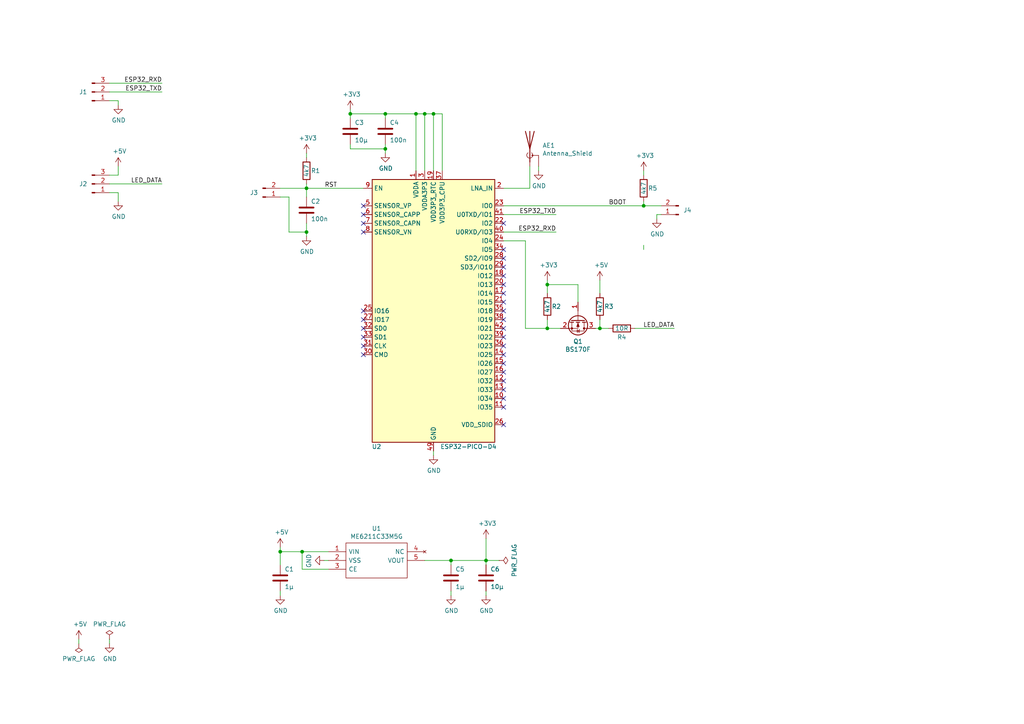
<source format=kicad_sch>
(kicad_sch (version 20211123) (generator eeschema)
  (paper "A4")
  (lib_symbols
    (symbol "Connector:Conn_01x02_Male" (pin_names (offset 1.016) hide)
      (property "Reference" "J" (at 0 2.54 0))
      (property "Value" "Conn_01x02_Male" (at 0 -5.08 0))
      (symbol "Conn_01x02_Male_1_1"
        (polyline (pts (xy 1.27 -2.54) (xy 0.8636 -2.54)) (stroke (width 0.1524)))
        (polyline (pts (xy 1.27 0) (xy 0.8636 0)) (stroke (width 0.1524)))
        (rectangle (start 0.8636 -2.413) (end 0 -2.667) (stroke (width 0.1524)) (fill (type outline)))
        (rectangle (start 0.8636 0.127) (end 0 -0.127) (stroke (width 0.1524)) (fill (type outline)))
        (pin passive line (at 5.08 0 180) (length 3.81) (name "Pin_1") (number "1"))
        (pin passive line (at 5.08 -2.54 180) (length 3.81) (name "Pin_2") (number "2"))
      )
    )
    (symbol "Connector:Conn_01x03_Male" (pin_names (offset 1.016) hide)
      (property "Reference" "J" (at 0 5.08 0))
      (property "Value" "Conn_01x03_Male" (at 0 -5.08 0))
      (symbol "Conn_01x03_Male_1_1"
        (polyline (pts (xy 1.27 -2.54) (xy 0.8636 -2.54)) (stroke (width 0.1524)))
        (polyline (pts (xy 1.27 0) (xy 0.8636 0)) (stroke (width 0.1524)))
        (polyline (pts (xy 1.27 2.54) (xy 0.8636 2.54)) (stroke (width 0.1524)))
        (rectangle (start 0.8636 -2.413) (end 0 -2.667) (stroke (width 0.1524)) (fill (type outline)))
        (rectangle (start 0.8636 0.127) (end 0 -0.127) (stroke (width 0.1524)) (fill (type outline)))
        (rectangle (start 0.8636 2.667) (end 0 2.413) (stroke (width 0.1524)) (fill (type outline)))
        (pin passive line (at 5.08 2.54 180) (length 3.81) (name "Pin_1") (number "1"))
        (pin passive line (at 5.08 0 180) (length 3.81) (name "Pin_2") (number "2"))
        (pin passive line (at 5.08 -2.54 180) (length 3.81) (name "Pin_3") (number "3"))
      )
    )
    (symbol "Device:Antenna_Shield" (pin_numbers hide) (pin_names (offset 1.016) hide)
      (property "Reference" "AE" (at -1.905 4.445 0))
      (property "Value" "Antenna_Shield" (at -1.905 2.54 0))
      (symbol "Antenna_Shield_0_1"
        (arc (start -0.508 -1.143) (mid -0.8485 -2.1032) (end 0 -2.667))
        (arc (start 0 -2.667) (mid 0.8047 -2.0885) (end 0.508 -1.143))
        (polyline (pts (xy 0 -2.54) (xy 0 0)))
        (polyline (pts (xy 0 5.08) (xy 0 -3.81)) (stroke (width 0.254)))
        (polyline (pts (xy 0.762 -1.905) (xy 2.54 -1.905)))
        (polyline (pts (xy 2.54 -2.54) (xy 2.54 -1.905)))
        (polyline (pts (xy 1.27 5.08) (xy 0 0) (xy -1.27 5.08)) (stroke (width 0.254)))
        (circle (center 0.762 -1.905) (radius 0.1778) (fill (type outline)))
      )
      (symbol "Antenna_Shield_1_1"
        (pin input line (at 0 -5.08 90) (length 2.54) (name "A") (number "1"))
        (pin input line (at 2.54 -5.08 90) (length 2.54) (name "Shield") (number "2"))
      )
    )
    (symbol "Device:C" (pin_numbers hide) (pin_names (offset 0.254))
      (property "Reference" "C" (at 0.635 2.54 0))
      (property "Value" "C" (at 0.635 -2.54 0))
      (symbol "C_0_1"
        (polyline (pts (xy -2.032 -0.762) (xy 2.032 -0.762)) (stroke (width 0.508)))
        (polyline (pts (xy -2.032 0.762) (xy 2.032 0.762)) (stroke (width 0.508)))
      )
      (symbol "C_1_1"
        (pin passive line (at 0 3.81 270) (length 2.794) (name "~") (number "1"))
        (pin passive line (at 0 -3.81 90) (length 2.794) (name "~") (number "2"))
      )
    )
    (symbol "Device:Q_NMOS_GSD" (pin_names (offset 0) hide)
      (property "Reference" "Q" (at 5.08 1.27 0))
      (property "Value" "Q_NMOS_GSD" (at 5.08 -1.27 0))
      (symbol "Q_NMOS_GSD_0_1"
        (polyline (pts (xy 0.254 0) (xy -2.54 0)))
        (polyline (pts (xy 0.254 1.905) (xy 0.254 -1.905)) (stroke (width 0.254)))
        (polyline (pts (xy 0.762 -1.27) (xy 0.762 -2.286)) (stroke (width 0.254)))
        (polyline (pts (xy 0.762 0.508) (xy 0.762 -0.508)) (stroke (width 0.254)))
        (polyline (pts (xy 0.762 2.286) (xy 0.762 1.27)) (stroke (width 0.254)))
        (polyline (pts (xy 2.54 2.54) (xy 2.54 1.778)))
        (polyline (pts (xy 2.54 -2.54) (xy 2.54 0) (xy 0.762 0)))
        (polyline (pts (xy 0.762 -1.778) (xy 3.302 -1.778) (xy 3.302 1.778) (xy 0.762 1.778)))
        (polyline (pts (xy 1.016 0) (xy 2.032 0.381) (xy 2.032 -0.381) (xy 1.016 0)) (fill (type outline)))
        (polyline (pts (xy 2.794 0.508) (xy 2.921 0.381) (xy 3.683 0.381) (xy 3.81 0.254)))
        (polyline (pts (xy 3.302 0.381) (xy 2.921 -0.254) (xy 3.683 -0.254) (xy 3.302 0.381)))
        (circle (center 1.651 0) (radius 2.794) (stroke (width 0.254)))
        (circle (center 2.54 -1.778) (radius 0.254) (fill (type outline)))
        (circle (center 2.54 1.778) (radius 0.254) (fill (type outline)))
      )
      (symbol "Q_NMOS_GSD_1_1"
        (pin input line (at -5.08 0 0) (length 2.54) (name "G") (number "1"))
        (pin passive line (at 2.54 -5.08 90) (length 2.54) (name "S") (number "2"))
        (pin passive line (at 2.54 5.08 270) (length 2.54) (name "D") (number "3"))
      )
    )
    (symbol "Device:R" (pin_numbers hide) (pin_names (offset 0))
      (property "Reference" "R" (at 2.032 0 90))
      (property "Value" "R" (at 0 0 90))
      (symbol "R_0_1"
        (rectangle (start -1.016 -2.54) (end 1.016 2.54) (stroke (width 0.254)))
      )
      (symbol "R_1_1"
        (pin passive line (at 0 3.81 270) (length 1.27) (name "~") (number "1"))
        (pin passive line (at 0 -3.81 90) (length 1.27) (name "~") (number "2"))
      )
    )
    (symbol "ME6211C33M5G:ME6211C33M5G" (pin_names (offset 0.762))
      (property "Reference" "U" (at 24.13 7.62 0))
      (property "Value" "ME6211C33M5G" (at 24.13 5.08 0))
      (symbol "ME6211C33M5G_0_0"
        (pin passive line (at 0 0 0) (length 5.08) (name "VIN") (number "1"))
        (pin passive line (at 0 -2.54 0) (length 5.08) (name "VSS") (number "2"))
        (pin passive line (at 0 -5.08 0) (length 5.08) (name "CE") (number "3"))
        (pin no_connect line (at 27.94 0 180) (length 5.08) (name "NC") (number "4"))
        (pin passive line (at 27.94 -2.54 180) (length 5.08) (name "VOUT") (number "5"))
      )
      (symbol "ME6211C33M5G_0_1"
        (polyline (pts (xy 5.08 2.54) (xy 22.86 2.54) (xy 22.86 -7.62) (xy 5.08 -7.62) (xy 5.08 2.54)) (stroke (width 0.1524)))
      )
    )
    (symbol "RF_Module:ESP32-PICO-D4"
      (property "Reference" "U" (at -17.78 39.37 0))
      (property "Value" "ESP32-PICO-D4" (at 3.81 39.37 0))
      (symbol "ESP32-PICO-D4_0_0"
        (pin power_in line (at -5.08 40.64 270) (length 2.54) (name "VDDA") (number "1"))
        (pin input line (at 20.32 -25.4 180) (length 2.54) (name "IO34") (number "10"))
        (pin input line (at 20.32 -27.94 180) (length 2.54) (name "IO35") (number "11"))
        (pin bidirectional line (at 20.32 -20.32 180) (length 2.54) (name "IO32") (number "12"))
        (pin bidirectional line (at 20.32 -22.86 180) (length 2.54) (name "IO33") (number "13"))
        (pin bidirectional line (at 20.32 -12.7 180) (length 2.54) (name "IO25") (number "14"))
        (pin bidirectional line (at 20.32 -15.24 180) (length 2.54) (name "IO26") (number "15"))
        (pin bidirectional line (at 20.32 -17.78 180) (length 2.54) (name "IO27") (number "16"))
        (pin bidirectional line (at 20.32 5.08 180) (length 2.54) (name "IO14") (number "17"))
        (pin bidirectional line (at 20.32 10.16 180) (length 2.54) (name "IO12") (number "18"))
        (pin power_in line (at 0 40.64 270) (length 2.54) (name "VDD3P3_RTC") (number "19"))
        (pin bidirectional line (at 20.32 35.56 180) (length 2.54) (name "LNA_IN") (number "2"))
        (pin bidirectional line (at 20.32 7.62 180) (length 2.54) (name "IO13") (number "20"))
        (pin bidirectional line (at 20.32 2.54 180) (length 2.54) (name "IO15") (number "21"))
        (pin bidirectional line (at 20.32 25.4 180) (length 2.54) (name "IO2") (number "22"))
        (pin bidirectional line (at 20.32 30.48 180) (length 2.54) (name "IO0") (number "23"))
        (pin bidirectional line (at 20.32 20.32 180) (length 2.54) (name "IO4") (number "24"))
        (pin bidirectional line (at -20.32 0 0) (length 2.54) (name "IO16") (number "25"))
        (pin power_out line (at 20.32 -33.02 180) (length 2.54) (name "VDD_SDIO") (number "26"))
        (pin bidirectional line (at -20.32 -2.54 0) (length 2.54) (name "IO17") (number "27"))
        (pin bidirectional line (at 20.32 15.24 180) (length 2.54) (name "SD2/IO9") (number "28"))
        (pin bidirectional line (at 20.32 12.7 180) (length 2.54) (name "SD3/IO10") (number "29"))
        (pin power_in line (at -2.54 40.64 270) (length 2.54) (name "VDDA3P3") (number "3"))
        (pin bidirectional line (at -20.32 -12.7 0) (length 2.54) (name "CMD") (number "30"))
        (pin bidirectional line (at -20.32 -10.16 0) (length 2.54) (name "CLK") (number "31"))
        (pin bidirectional line (at -20.32 -5.08 0) (length 2.54) (name "SD0") (number "32"))
        (pin bidirectional line (at -20.32 -7.62 0) (length 2.54) (name "SD1") (number "33"))
        (pin bidirectional line (at 20.32 17.78 180) (length 2.54) (name "IO5") (number "34"))
        (pin bidirectional line (at 20.32 0 180) (length 2.54) (name "IO18") (number "35"))
        (pin bidirectional line (at 20.32 -10.16 180) (length 2.54) (name "IO23") (number "36"))
        (pin power_in line (at 2.54 40.64 270) (length 2.54) (name "VDD3P3_CPU") (number "37"))
        (pin bidirectional line (at 20.32 -2.54 180) (length 2.54) (name "IO19") (number "38"))
        (pin bidirectional line (at 20.32 -7.62 180) (length 2.54) (name "IO22") (number "39"))
        (pin passive line (at -2.54 40.64 270) (length 2.54) hide (name "VDDA3P3") (number "4"))
        (pin bidirectional line (at 20.32 22.86 180) (length 2.54) (name "U0RXD/IO3") (number "40"))
        (pin bidirectional line (at 20.32 27.94 180) (length 2.54) (name "U0TXD/IO1") (number "41"))
        (pin bidirectional line (at 20.32 -5.08 180) (length 2.54) (name "IO21") (number "42"))
        (pin passive line (at -5.08 40.64 270) (length 2.54) hide (name "VDDA") (number "43"))
        (pin no_connect line (at -17.78 -25.4 0) (length 2.54) hide (name "XTAL_N_NC") (number "44"))
        (pin no_connect line (at -17.78 -27.94 0) (length 2.54) hide (name "XTAL_P_NC") (number "45"))
        (pin passive line (at -5.08 40.64 270) (length 2.54) hide (name "VDDA") (number "46"))
        (pin no_connect line (at -17.78 -30.48 0) (length 2.54) hide (name "CAP2_NC") (number "47"))
        (pin no_connect line (at -17.78 -33.02 0) (length 2.54) hide (name "CAP1_NC") (number "48"))
        (pin power_in line (at 0 -40.64 90) (length 2.54) (name "GND") (number "49"))
        (pin input line (at -20.32 30.48 0) (length 2.54) (name "SENSOR_VP") (number "5"))
        (pin input line (at -20.32 27.94 0) (length 2.54) (name "SENSOR_CAPP") (number "6"))
        (pin input line (at -20.32 25.4 0) (length 2.54) (name "SENSOR_CAPN") (number "7"))
        (pin input line (at -20.32 22.86 0) (length 2.54) (name "SENSOR_VN") (number "8"))
        (pin input line (at -20.32 35.56 0) (length 2.54) (name "EN") (number "9"))
      )
      (symbol "ESP32-PICO-D4_0_1"
        (rectangle (start -17.78 38.1) (end 17.78 -38.1) (stroke (width 0.254)) (fill (type background)))
      )
    )
    (symbol "power:+3V3" (power) (pin_names (offset 0))
      (property "Value" "+3V3" (at 0 3.556 0))
      (symbol "+3V3_0_1"
        (polyline (pts (xy -0.762 1.27) (xy 0 2.54)))
        (polyline (pts (xy 0 0) (xy 0 2.54)))
        (polyline (pts (xy 0 2.54) (xy 0.762 1.27)))
      )
      (symbol "+3V3_1_1"
        (pin power_in line (at 0 0 90) (length 0) hide (name "+3V3") (number "1"))
      )
    )
    (symbol "power:+5V" (power) (pin_names (offset 0))
      (property "Value" "+5V" (at 0 3.556 0))
      (symbol "+5V_0_1"
        (polyline (pts (xy -0.762 1.27) (xy 0 2.54)))
        (polyline (pts (xy 0 0) (xy 0 2.54)))
        (polyline (pts (xy 0 2.54) (xy 0.762 1.27)))
      )
      (symbol "+5V_1_1"
        (pin power_in line (at 0 0 90) (length 0) hide (name "+5V") (number "1"))
      )
    )
    (symbol "power:GND" (power) (pin_names (offset 0))
      (property "Value" "GND" (at 0 -3.81 0))
      (symbol "GND_0_1"
        (polyline (pts (xy 0 0) (xy 0 -1.27) (xy 1.27 -1.27) (xy 0 -2.54) (xy -1.27 -1.27) (xy 0 -1.27)))
      )
      (symbol "GND_1_1"
        (pin power_in line (at 0 0 270) (length 0) hide (name "GND") (number "1"))
      )
    )
    (symbol "power:PWR_FLAG" (power) (pin_numbers hide) (pin_names (offset 0) hide)
      (property "Value" "PWR_FLAG" (at 0 3.81 0))
      (symbol "PWR_FLAG_0_0"
        (pin power_out line (at 0 0 90) (length 0) (name "pwr") (number "1"))
      )
      (symbol "PWR_FLAG_0_1"
        (polyline (pts (xy 0 0) (xy 0 1.27) (xy -1.016 1.905) (xy 0 2.54) (xy 1.016 1.905) (xy 0 1.27)))
      )
    )
  )
  (junction (at 140.97 162.56))
  (junction (at 120.65 33.02))
  (junction (at 87.63 160.02))
  (junction (at 88.9 54.61))
  (junction (at 173.99 95.25))
  (junction (at 123.19 33.02))
  (junction (at 111.76 33.02))
  (junction (at 125.73 33.02))
  (junction (at 158.75 95.25))
  (junction (at 186.69 59.69))
  (junction (at 158.75 82.55))
  (junction (at 111.76 43.18))
  (junction (at 88.9 67.31))
  (junction (at 130.81 162.56))
  (junction (at 101.6 33.02))
  (junction (at 81.28 160.02))
  (no_connect (at 146.05 77.47))
  (no_connect (at 146.05 82.55))
  (no_connect (at 146.05 90.17))
  (no_connect (at 105.41 92.71))
  (no_connect (at 105.41 64.77))
  (no_connect (at 146.05 92.71))
  (no_connect (at 146.05 97.79))
  (no_connect (at 146.05 87.63))
  (no_connect (at 146.05 64.77))
  (no_connect (at 146.05 72.39))
  (no_connect (at 105.41 59.69))
  (no_connect (at 105.41 62.23))
  (no_connect (at 105.41 100.33))
  (no_connect (at 105.41 67.31))
  (no_connect (at 105.41 97.79))
  (no_connect (at 146.05 74.93))
  (no_connect (at 146.05 123.19))
  (no_connect (at 146.05 107.95))
  (no_connect (at 146.05 95.25))
  (no_connect (at 146.05 80.01))
  (no_connect (at 105.41 90.17))
  (no_connect (at 146.05 100.33))
  (no_connect (at 146.05 110.49))
  (no_connect (at 105.41 95.25))
  (no_connect (at 146.05 115.57))
  (no_connect (at 146.05 85.09))
  (no_connect (at 146.05 102.87))
  (no_connect (at 146.05 105.41))
  (no_connect (at 146.05 118.11))
  (no_connect (at 146.05 113.03))
  (no_connect (at 105.41 102.87))
  (wire (pts (xy 101.6 31.75) (xy 101.6 33.02)))
  (wire (pts (xy 87.63 165.1) (xy 87.63 160.02)))
  (wire (pts (xy 111.76 44.45) (xy 111.76 43.18)))
  (wire (pts (xy 158.75 82.55) (xy 158.75 85.09)))
  (wire (pts (xy 31.75 29.21) (xy 34.29 29.21)))
  (wire (pts (xy 158.75 82.55) (xy 167.64 82.55)))
  (wire (pts (xy 152.4 95.25) (xy 158.75 95.25)))
  (wire (pts (xy 105.41 54.61) (xy 88.9 54.61)))
  (wire (pts (xy 34.29 50.8) (xy 31.75 50.8)))
  (wire (pts (xy 125.73 33.02) (xy 125.73 49.53)))
  (wire (pts (xy 34.29 29.21) (xy 34.29 30.48)))
  (wire (pts (xy 152.4 69.85) (xy 152.4 95.25)))
  (wire (pts (xy 156.21 48.26) (xy 156.21 49.53)))
  (wire (pts (xy 144.78 162.56) (xy 140.97 162.56)))
  (wire (pts (xy 186.69 49.53) (xy 186.69 50.8)))
  (wire (pts (xy 140.97 156.21) (xy 140.97 162.56)))
  (wire (pts (xy 173.99 92.71) (xy 173.99 95.25)))
  (wire (pts (xy 158.75 92.71) (xy 158.75 95.25)))
  (wire (pts (xy 46.99 26.67) (xy 31.75 26.67)))
  (wire (pts (xy 153.67 54.61) (xy 153.67 48.26)))
  (wire (pts (xy 125.73 33.02) (xy 128.27 33.02)))
  (wire (pts (xy 88.9 54.61) (xy 88.9 57.15)))
  (wire (pts (xy 120.65 33.02) (xy 123.19 33.02)))
  (wire (pts (xy 95.25 165.1) (xy 87.63 165.1)))
  (wire (pts (xy 87.63 160.02) (xy 95.25 160.02)))
  (wire (pts (xy 123.19 162.56) (xy 130.81 162.56)))
  (wire (pts (xy 140.97 162.56) (xy 140.97 163.83)))
  (wire (pts (xy 81.28 158.75) (xy 81.28 160.02)))
  (wire (pts (xy 186.69 71.12) (xy 186.69 72.39)))
  (wire (pts (xy 146.05 69.85) (xy 152.4 69.85)))
  (wire (pts (xy 111.76 41.91) (xy 111.76 43.18)))
  (wire (pts (xy 146.05 54.61) (xy 153.67 54.61)))
  (wire (pts (xy 161.29 67.31) (xy 146.05 67.31)))
  (wire (pts (xy 31.75 53.34) (xy 46.99 53.34)))
  (wire (pts (xy 95.25 162.56) (xy 93.98 162.56)))
  (wire (pts (xy 173.99 81.28) (xy 173.99 85.09)))
  (wire (pts (xy 101.6 43.18) (xy 111.76 43.18)))
  (wire (pts (xy 158.75 95.25) (xy 162.56 95.25)))
  (wire (pts (xy 140.97 172.72) (xy 140.97 171.45)))
  (wire (pts (xy 191.77 62.23) (xy 190.5 62.23)))
  (wire (pts (xy 186.69 59.69) (xy 191.77 59.69)))
  (wire (pts (xy 120.65 33.02) (xy 120.65 49.53)))
  (wire (pts (xy 101.6 33.02) (xy 101.6 34.29)))
  (wire (pts (xy 123.19 49.53) (xy 123.19 33.02)))
  (wire (pts (xy 34.29 48.26) (xy 34.29 50.8)))
  (wire (pts (xy 46.99 24.13) (xy 31.75 24.13)))
  (wire (pts (xy 146.05 59.69) (xy 186.69 59.69)))
  (wire (pts (xy 130.81 162.56) (xy 140.97 162.56)))
  (wire (pts (xy 101.6 41.91) (xy 101.6 43.18)))
  (wire (pts (xy 111.76 33.02) (xy 120.65 33.02)))
  (wire (pts (xy 161.29 62.23) (xy 146.05 62.23)))
  (wire (pts (xy 31.75 186.69) (xy 31.75 185.42)))
  (wire (pts (xy 88.9 67.31) (xy 88.9 68.58)))
  (wire (pts (xy 22.86 185.42) (xy 22.86 186.69)))
  (wire (pts (xy 83.82 67.31) (xy 83.82 57.15)))
  (wire (pts (xy 158.75 81.28) (xy 158.75 82.55)))
  (wire (pts (xy 34.29 55.88) (xy 34.29 58.42)))
  (wire (pts (xy 128.27 33.02) (xy 128.27 49.53)))
  (wire (pts (xy 167.64 82.55) (xy 167.64 87.63)))
  (wire (pts (xy 81.28 172.72) (xy 81.28 171.45)))
  (wire (pts (xy 130.81 162.56) (xy 130.81 163.83)))
  (wire (pts (xy 88.9 44.45) (xy 88.9 45.72)))
  (wire (pts (xy 81.28 160.02) (xy 81.28 163.83)))
  (wire (pts (xy 31.75 55.88) (xy 34.29 55.88)))
  (wire (pts (xy 125.73 130.81) (xy 125.73 132.08)))
  (wire (pts (xy 88.9 67.31) (xy 83.82 67.31)))
  (wire (pts (xy 81.28 160.02) (xy 87.63 160.02)))
  (wire (pts (xy 101.6 33.02) (xy 111.76 33.02)))
  (wire (pts (xy 172.72 95.25) (xy 173.99 95.25)))
  (wire (pts (xy 111.76 33.02) (xy 111.76 34.29)))
  (wire (pts (xy 123.19 33.02) (xy 125.73 33.02)))
  (wire (pts (xy 88.9 64.77) (xy 88.9 67.31)))
  (wire (pts (xy 184.15 95.25) (xy 195.58 95.25)))
  (wire (pts (xy 81.28 54.61) (xy 88.9 54.61)))
  (wire (pts (xy 83.82 57.15) (xy 81.28 57.15)))
  (wire (pts (xy 190.5 62.23) (xy 190.5 63.5)))
  (wire (pts (xy 130.81 171.45) (xy 130.81 172.72)))
  (wire (pts (xy 186.69 58.42) (xy 186.69 59.69)))
  (wire (pts (xy 88.9 53.34) (xy 88.9 54.61)))
  (wire (pts (xy 173.99 95.25) (xy 176.53 95.25)))
  (label "ESP32_TXD" (at 161.29 62.23 180))
  (label "LED_DATA" (at 195.58 95.25 180))
  (label "ESP32_RXD" (at 46.99 24.13 180))
  (label "RST" (at 97.79 54.61 180))
  (label "BOOT" (at 176.53 59.69 0))
  (label "ESP32_RXD" (at 161.29 67.31 180))
  (label "LED_DATA" (at 46.99 53.34 180))
  (label "ESP32_TXD" (at 46.99 26.67 180))
  (symbol (lib_id "RF_Module:ESP32-PICO-D4") (at 125.73 90.17 0) (unit 1)
    (property "Reference" "U2" (at 109.22 129.54 0))
    (property "Value" "ESP32-PICO-D4" (at 135.89 129.54 0))
    (property "Footprint" "Package_DFN_QFN:QFN-48-1EP_7x7mm_P0.5mm_EP5.3x5.3mm" (effects hide))
    (property "Datasheet" "https://www.espressif.com/sites/default/files/documentation/esp32-pico-d4_datasheet_en.pdf" (effects hide))
  )
  (symbol (lib_id "Device:R") (at 88.9 49.53 0) (unit 1)
    (property "Reference" "R1" (at 90.17 49.53 0) (effects (justify left)))
    (property "Value" "4k7" (at 88.9 49.53 90))
    (property "Footprint" "Resistor_SMD:R_0805_2012Metric" (effects hide))
  )
  (symbol (lib_id "Device:C") (at 88.9 60.96 0) (unit 1)
    (property "Reference" "C2" (at 90.17 58.42 0) (effects (justify left)))
    (property "Value" "100n" (at 90.17 63.5 0) (effects (justify left)))
    (property "Footprint" "Capacitor_SMD:C_0805_2012Metric" (effects hide))
  )
  (symbol (lib_id "Device:Antenna_Shield") (at 153.67 43.18 0) (unit 1)
    (property "Reference" "AE1" (at 157.3276 42.1894 0) (effects (justify left)))
    (property "Value" "Antenna_Shield" (at 157.3276 44.5008 0) (effects (justify left)))
    (property "Footprint" "RF_Antenna:Texas_SWRA117D_2.4GHz_Left" (effects hide))
  )
  (symbol (lib_id "Connector:Conn_01x02_Male") (at 76.2 57.15 0) (mirror x) (unit 1)
    (property "Reference" "J3" (at 73.66 55.88 0))
    (property "Value" "SW_Push" (effects hide))
    (property "Footprint" "Connector_PinHeader_2.54mm:PinHeader_1x02_P2.54mm_Vertical" (effects hide))
  )
  (symbol (lib_id "Device:C") (at 81.28 167.64 0) (unit 1)
    (property "Reference" "C1" (at 82.55 165.1 0) (effects (justify left)))
    (property "Value" "1µ" (at 82.55 170.18 0) (effects (justify left)))
    (property "Footprint" "Capacitor_SMD:C_0805_2012Metric" (effects hide))
  )
  (symbol (lib_id "Device:C") (at 140.97 167.64 0) (unit 1)
    (property "Reference" "C6" (at 142.24 165.1 0) (effects (justify left)))
    (property "Value" "10µ" (at 142.24 170.18 0) (effects (justify left)))
    (property "Footprint" "Capacitor_SMD:C_0805_2012Metric" (effects hide))
  )
  (symbol (lib_id "power:GND") (at 31.75 186.69 0) (unit 1)
    (property "Reference" "#PWR02" (effects hide))
    (property "Value" "GND" (at 31.877 191.0842 0))
  )
  (symbol (lib_id "power:+3V3") (at 140.97 156.21 0) (unit 1)
    (property "Reference" "#PWR015" (effects hide))
    (property "Value" "+3V3" (at 141.351 151.8158 0))
  )
  (symbol (lib_id "power:+5V") (at 22.86 185.42 0) (unit 1)
    (property "Reference" "#PWR01" (effects hide))
    (property "Value" "+5V" (at 23.241 181.0258 0))
  )
  (symbol (lib_id "power:PWR_FLAG") (at 31.75 185.42 0) (unit 1)
    (property "Reference" "#FLG02" (effects hide))
    (property "Value" "PWR_FLAG" (at 31.75 181.0258 0))
  )
  (symbol (lib_id "power:PWR_FLAG") (at 22.86 186.69 180) (unit 1)
    (property "Reference" "#FLG01" (effects hide))
    (property "Value" "PWR_FLAG" (at 22.86 191.0842 0))
  )
  (symbol (lib_id "power:+5V") (at 81.28 158.75 0) (unit 1)
    (property "Reference" "#PWR06" (effects hide))
    (property "Value" "+5V" (at 81.661 154.3558 0))
  )
  (symbol (lib_id "power:GND") (at 140.97 172.72 0) (unit 1)
    (property "Reference" "#PWR016" (effects hide))
    (property "Value" "GND" (at 141.097 177.1142 0))
  )
  (symbol (lib_id "power:PWR_FLAG") (at 144.78 162.56 270) (unit 1)
    (property "Reference" "#FLG03" (effects hide))
    (property "Value" "PWR_FLAG" (at 149.1742 162.56 0))
  )
  (symbol (lib_id "power:GND") (at 81.28 172.72 0) (unit 1)
    (property "Reference" "#PWR07" (effects hide))
    (property "Value" "GND" (at 81.407 177.1142 0))
  )
  (symbol (lib_id "power:GND") (at 156.21 49.53 0) (unit 1)
    (property "Reference" "#PWR017" (effects hide))
    (property "Value" "GND" (at 156.337 53.9242 0))
  )
  (symbol (lib_id "power:+3V3") (at 101.6 31.75 0) (unit 1)
    (property "Reference" "#PWR011" (effects hide))
    (property "Value" "+3V3" (at 101.981 27.3558 0))
  )
  (symbol (lib_id "power:GND") (at 125.73 132.08 0) (unit 1)
    (property "Reference" "#PWR013" (effects hide))
    (property "Value" "GND" (at 125.857 136.4742 0))
  )
  (symbol (lib_id "power:GND") (at 88.9 68.58 0) (unit 1)
    (property "Reference" "#PWR09" (effects hide))
    (property "Value" "GND" (at 89.027 72.9742 0))
  )
  (symbol (lib_id "power:+3V3") (at 88.9 44.45 0) (unit 1)
    (property "Reference" "#PWR08" (effects hide))
    (property "Value" "+3V3" (at 89.281 40.0558 0))
  )
  (symbol (lib_id "Device:C") (at 111.76 38.1 0) (unit 1)
    (property "Reference" "C4" (at 113.03 35.56 0) (effects (justify left)))
    (property "Value" "100n" (at 113.03 40.64 0) (effects (justify left)))
    (property "Footprint" "Capacitor_SMD:C_0805_2012Metric" (effects hide))
  )
  (symbol (lib_id "power:GND") (at 111.76 44.45 0) (unit 1)
    (property "Reference" "#PWR012" (effects hide))
    (property "Value" "GND" (at 111.887 48.8442 0))
  )
  (symbol (lib_id "Device:C") (at 101.6 38.1 0) (unit 1)
    (property "Reference" "C3" (at 102.87 35.56 0) (effects (justify left)))
    (property "Value" "10µ" (at 102.87 40.64 0) (effects (justify left)))
    (property "Footprint" "Capacitor_SMD:C_0805_2012Metric" (effects hide))
  )
  (symbol (lib_id "Device:Q_NMOS_GSD") (at 167.64 92.71 270) (unit 1)
    (property "Reference" "Q1" (at 167.64 99.0346 90))
    (property "Value" "BS170F" (at 167.64 101.346 90))
    (property "Footprint" "Package_TO_SOT_SMD:SOT-23" (effects hide))
  )
  (symbol (lib_id "Connector:Conn_01x02_Male") (at 196.85 62.23 180) (unit 1)
    (property "Reference" "J4" (at 199.39 60.96 0))
    (property "Value" "SW_Push" (effects hide))
    (property "Footprint" "Connector_PinHeader_2.54mm:PinHeader_1x02_P2.54mm_Vertical" (effects hide))
  )
  (symbol (lib_id "Device:R") (at 186.69 54.61 0) (unit 1)
    (property "Reference" "R5" (at 187.96 54.61 0) (effects (justify left)))
    (property "Value" "4k7" (at 186.69 54.61 90))
    (property "Footprint" "Resistor_SMD:R_0805_2012Metric" (effects hide))
  )
  (symbol (lib_id "power:GND") (at 190.5 63.5 0) (unit 1)
    (property "Reference" "#PWR021" (effects hide))
    (property "Value" "GND" (at 190.627 67.8942 0))
  )
  (symbol (lib_id "power:+3V3") (at 186.69 49.53 0) (unit 1)
    (property "Reference" "#PWR020" (effects hide))
    (property "Value" "+3V3" (at 187.071 45.1358 0))
  )
  (symbol (lib_id "Device:R") (at 158.75 88.9 0) (unit 1)
    (property "Reference" "R2" (at 160.02 88.9 0) (effects (justify left)))
    (property "Value" "4k7" (at 158.75 88.9 90))
    (property "Footprint" "Resistor_SMD:R_0805_2012Metric" (effects hide))
  )
  (symbol (lib_id "Device:R") (at 173.99 88.9 0) (unit 1)
    (property "Reference" "R3" (at 175.26 88.9 0) (effects (justify left)))
    (property "Value" "4k7" (at 173.99 88.9 90))
    (property "Footprint" "Resistor_SMD:R_0805_2012Metric" (effects hide))
  )
  (symbol (lib_id "Connector:Conn_01x03_Male") (at 26.67 26.67 0) (mirror x) (unit 1)
    (property "Reference" "J1" (at 24.13 26.67 0))
    (property "Value" "Conn_01x03_Male" (effects hide))
    (property "Footprint" "Connector_PinHeader_2.54mm:PinHeader_1x03_P2.54mm_Vertical" (effects hide))
  )
  (symbol (lib_id "power:+5V") (at 173.99 81.28 0) (unit 1)
    (property "Reference" "#PWR019" (effects hide))
    (property "Value" "+5V" (at 174.371 76.8858 0))
  )
  (symbol (lib_id "power:GND") (at 34.29 30.48 0) (unit 1)
    (property "Reference" "#PWR03" (effects hide))
    (property "Value" "GND" (at 34.417 34.8742 0))
  )
  (symbol (lib_id "ME6211C33M5G:ME6211C33M5G") (at 95.25 160.02 0) (unit 1)
    (property "Reference" "U1" (at 109.22 153.289 0))
    (property "Value" "ME6211C33M5G" (at 109.22 155.6004 0))
    (property "Footprint" "footprints:SOT95P282X145-5N" (effects hide))
    (property "Datasheet" "http://xinhuidianzi.com.cn/UploadSysFiles/files/LDO-series/ME6211-Series_E15.0.pdf" (effects hide))
    (property "Description" "High Speed LDO Regulators, High PSRR, Low noise, ME6211 Series" (effects hide))
    (property "Height" "1.45" (effects hide))
    (property "Manufacturer_Name" "Microne" (effects hide))
    (property "Manufacturer_Part_Number" "ME6211C33M5G" (effects hide))
  )
  (symbol (lib_id "Connector:Conn_01x03_Male") (at 26.67 53.34 0) (mirror x) (unit 1)
    (property "Reference" "J2" (at 24.13 53.34 0))
    (property "Value" "Conn_01x03_Male" (effects hide))
    (property "Footprint" "Connector_PinHeader_2.54mm:PinHeader_1x03_P2.54mm_Vertical" (effects hide))
  )
  (symbol (lib_id "power:GND") (at 34.29 58.42 0) (unit 1)
    (property "Reference" "#PWR05" (effects hide))
    (property "Value" "GND" (at 34.417 62.8142 0))
  )
  (symbol (lib_id "power:+5V") (at 34.29 48.26 0) (unit 1)
    (property "Reference" "#PWR04" (effects hide))
    (property "Value" "+5V" (at 34.671 43.8658 0))
  )
  (symbol (lib_id "power:GND") (at 93.98 162.56 270) (unit 1)
    (property "Reference" "#PWR010" (effects hide))
    (property "Value" "GND" (at 89.5858 162.687 0))
  )
  (symbol (lib_id "Device:C") (at 130.81 167.64 0) (unit 1)
    (property "Reference" "C5" (at 132.08 165.1 0) (effects (justify left)))
    (property "Value" "1µ" (at 132.08 170.18 0) (effects (justify left)))
    (property "Footprint" "Capacitor_SMD:C_0805_2012Metric" (effects hide))
  )
  (symbol (lib_id "power:GND") (at 130.81 172.72 0) (unit 1)
    (property "Reference" "#PWR014" (effects hide))
    (property "Value" "GND" (at 130.937 177.1142 0))
  )
  (symbol (lib_id "power:+3V3") (at 158.75 81.28 0) (unit 1)
    (property "Reference" "#PWR018" (effects hide))
    (property "Value" "+3V3" (at 159.131 76.8858 0))
  )
  (symbol (lib_id "Device:R") (at 180.34 95.25 270) (unit 1)
    (property "Reference" "R4" (at 180.34 97.79 90))
    (property "Value" "10R" (at 180.34 95.25 90))
    (property "Footprint" "Resistor_SMD:R_0805_2012Metric" (effects hide))
  )
)
</source>
